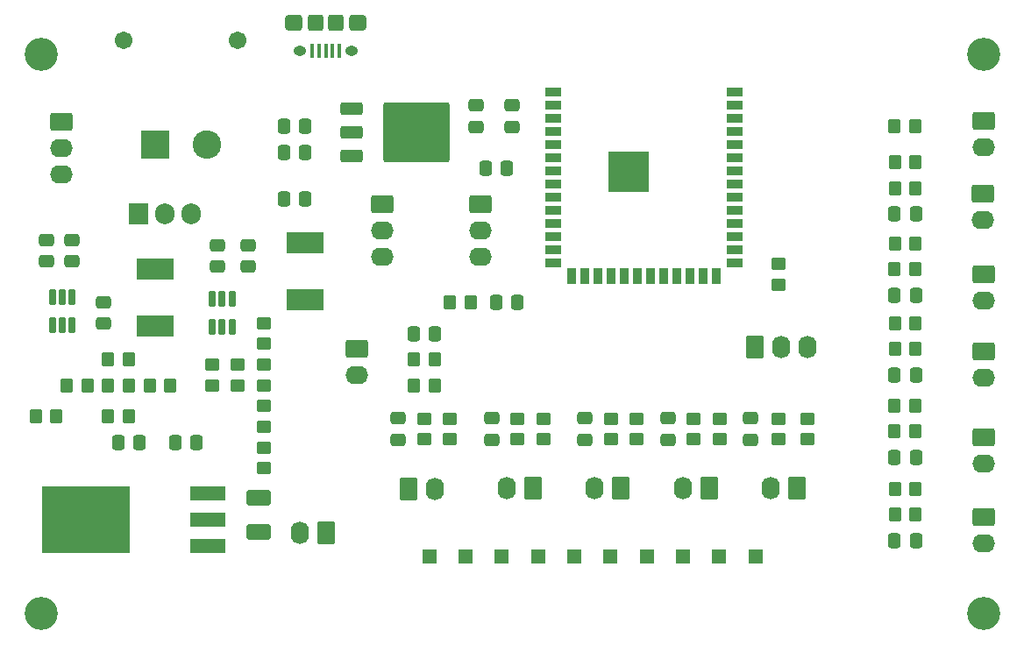
<source format=gbr>
%TF.GenerationSoftware,KiCad,Pcbnew,8.0.8*%
%TF.CreationDate,2025-03-31T14:22:46-05:00*%
%TF.ProjectId,Smart Tripod,536d6172-7420-4547-9269-706f642e6b69,rev?*%
%TF.SameCoordinates,Original*%
%TF.FileFunction,Soldermask,Top*%
%TF.FilePolarity,Negative*%
%FSLAX46Y46*%
G04 Gerber Fmt 4.6, Leading zero omitted, Abs format (unit mm)*
G04 Created by KiCad (PCBNEW 8.0.8) date 2025-03-31 14:22:46*
%MOMM*%
%LPD*%
G01*
G04 APERTURE LIST*
G04 Aperture macros list*
%AMRoundRect*
0 Rectangle with rounded corners*
0 $1 Rounding radius*
0 $2 $3 $4 $5 $6 $7 $8 $9 X,Y pos of 4 corners*
0 Add a 4 corners polygon primitive as box body*
4,1,4,$2,$3,$4,$5,$6,$7,$8,$9,$2,$3,0*
0 Add four circle primitives for the rounded corners*
1,1,$1+$1,$2,$3*
1,1,$1+$1,$4,$5*
1,1,$1+$1,$6,$7*
1,1,$1+$1,$8,$9*
0 Add four rect primitives between the rounded corners*
20,1,$1+$1,$2,$3,$4,$5,0*
20,1,$1+$1,$4,$5,$6,$7,0*
20,1,$1+$1,$6,$7,$8,$9,0*
20,1,$1+$1,$8,$9,$2,$3,0*%
G04 Aperture macros list end*
%ADD10RoundRect,0.250000X-0.450000X0.350000X-0.450000X-0.350000X0.450000X-0.350000X0.450000X0.350000X0*%
%ADD11R,1.350000X1.350000*%
%ADD12RoundRect,0.250000X0.450000X-0.350000X0.450000X0.350000X-0.450000X0.350000X-0.450000X-0.350000X0*%
%ADD13RoundRect,0.250000X0.475000X-0.337500X0.475000X0.337500X-0.475000X0.337500X-0.475000X-0.337500X0*%
%ADD14RoundRect,0.250000X-0.850000X-0.350000X0.850000X-0.350000X0.850000X0.350000X-0.850000X0.350000X0*%
%ADD15RoundRect,0.249997X-2.950003X-2.650003X2.950003X-2.650003X2.950003X2.650003X-2.950003X2.650003X0*%
%ADD16RoundRect,0.250000X-0.845000X0.620000X-0.845000X-0.620000X0.845000X-0.620000X0.845000X0.620000X0*%
%ADD17O,2.190000X1.740000*%
%ADD18RoundRect,0.250000X0.350000X0.450000X-0.350000X0.450000X-0.350000X-0.450000X0.350000X-0.450000X0*%
%ADD19RoundRect,0.250000X-0.475000X0.337500X-0.475000X-0.337500X0.475000X-0.337500X0.475000X0.337500X0*%
%ADD20RoundRect,0.250000X0.620000X0.845000X-0.620000X0.845000X-0.620000X-0.845000X0.620000X-0.845000X0*%
%ADD21O,1.740000X2.190000*%
%ADD22RoundRect,0.250000X-0.337500X-0.475000X0.337500X-0.475000X0.337500X0.475000X-0.337500X0.475000X0*%
%ADD23RoundRect,0.162500X-0.162500X0.617500X-0.162500X-0.617500X0.162500X-0.617500X0.162500X0.617500X0*%
%ADD24RoundRect,0.250000X-0.620000X-0.845000X0.620000X-0.845000X0.620000X0.845000X-0.620000X0.845000X0*%
%ADD25RoundRect,0.250000X0.337500X0.475000X-0.337500X0.475000X-0.337500X-0.475000X0.337500X-0.475000X0*%
%ADD26C,2.754000*%
%ADD27RoundRect,0.102000X-1.275000X-1.275000X1.275000X-1.275000X1.275000X1.275000X-1.275000X1.275000X0*%
%ADD28C,1.712000*%
%ADD29RoundRect,0.250001X-0.924999X0.499999X-0.924999X-0.499999X0.924999X-0.499999X0.924999X0.499999X0*%
%ADD30RoundRect,0.102000X1.714500X-0.914400X1.714500X0.914400X-1.714500X0.914400X-1.714500X-0.914400X0*%
%ADD31RoundRect,0.250000X-0.350000X-0.450000X0.350000X-0.450000X0.350000X0.450000X-0.350000X0.450000X0*%
%ADD32RoundRect,0.100000X0.100000X0.575000X-0.100000X0.575000X-0.100000X-0.575000X0.100000X-0.575000X0*%
%ADD33O,0.890000X1.550000*%
%ADD34RoundRect,0.250000X0.475000X0.525000X-0.475000X0.525000X-0.475000X-0.525000X0.475000X-0.525000X0*%
%ADD35O,1.250000X0.950000*%
%ADD36RoundRect,0.250000X0.500000X0.525000X-0.500000X0.525000X-0.500000X-0.525000X0.500000X-0.525000X0*%
%ADD37R,1.905000X2.000000*%
%ADD38O,1.905000X2.000000*%
%ADD39C,3.200000*%
%ADD40RoundRect,0.102000X-1.714500X0.914400X-1.714500X-0.914400X1.714500X-0.914400X1.714500X0.914400X0*%
%ADD41R,3.505200X1.397000*%
%ADD42R,8.458200X6.553200*%
%ADD43C,0.600000*%
%ADD44R,3.900000X3.900000*%
%ADD45R,1.500000X0.900000*%
%ADD46R,0.900000X1.500000*%
G04 APERTURE END LIST*
D10*
%TO.C,R3*%
X118500000Y-107000000D03*
X118500000Y-109000000D03*
%TD*%
D11*
%TO.C,J24*%
X162500000Y-129500000D03*
%TD*%
D12*
%TO.C,R12*%
X152040000Y-118200000D03*
X152040000Y-116200000D03*
%TD*%
D13*
%TO.C,C6*%
X97500000Y-101037500D03*
X97500000Y-98962500D03*
%TD*%
D14*
%TO.C,U2*%
X127000000Y-86245000D03*
X127000000Y-88525000D03*
X127000000Y-90805000D03*
D15*
X133300000Y-88525000D03*
%TD*%
D16*
%TO.C,J13*%
X188020000Y-87460000D03*
D17*
X188020000Y-90000000D03*
%TD*%
D18*
%TO.C,R16*%
X181462500Y-99270000D03*
X179462500Y-99270000D03*
%TD*%
D19*
%TO.C,C19*%
X149540000Y-116162500D03*
X149540000Y-118237500D03*
%TD*%
D18*
%TO.C,R5*%
X181462500Y-125500000D03*
X179462500Y-125500000D03*
%TD*%
D13*
%TO.C,C9*%
X114000000Y-101537500D03*
X114000000Y-99462500D03*
%TD*%
D20*
%TO.C,J11*%
X153000000Y-122960000D03*
D21*
X150460000Y-122960000D03*
%TD*%
D12*
%TO.C,R34*%
X136500000Y-118220000D03*
X136500000Y-116220000D03*
%TD*%
D22*
%TO.C,C13*%
X179425000Y-112000000D03*
X181500000Y-112000000D03*
%TD*%
D18*
%TO.C,R1*%
X105500000Y-110500000D03*
X103500000Y-110500000D03*
%TD*%
D16*
%TO.C,SW3*%
X129980000Y-95460000D03*
D17*
X129980000Y-98000000D03*
X129980000Y-100540000D03*
%TD*%
D11*
%TO.C,J16*%
X152000000Y-129500000D03*
%TD*%
D23*
%TO.C,U3*%
X100000000Y-104500000D03*
X99050000Y-104500000D03*
X98100000Y-104500000D03*
X98100000Y-107200000D03*
X99050000Y-107200000D03*
X100000000Y-107200000D03*
%TD*%
D20*
%TO.C,J12*%
X161500000Y-122960000D03*
D21*
X158960000Y-122960000D03*
%TD*%
D12*
%TO.C,R19*%
X145540000Y-118200000D03*
X145540000Y-116200000D03*
%TD*%
D24*
%TO.C,SW1*%
X165960000Y-109260000D03*
D21*
X168500000Y-109260000D03*
X171040000Y-109260000D03*
%TD*%
D25*
%TO.C,C24*%
X135075000Y-108000000D03*
X133000000Y-108000000D03*
%TD*%
D13*
%TO.C,C3*%
X142500000Y-88037500D03*
X142500000Y-85962500D03*
%TD*%
%TO.C,C7*%
X103000000Y-107037500D03*
X103000000Y-104962500D03*
%TD*%
D16*
%TO.C,SW4*%
X99000000Y-87500000D03*
D17*
X99000000Y-90040000D03*
X99000000Y-92580000D03*
%TD*%
D18*
%TO.C,R29*%
X101500000Y-113000000D03*
X99500000Y-113000000D03*
%TD*%
D24*
%TO.C,J14*%
X132460000Y-123000000D03*
D21*
X135000000Y-123000000D03*
%TD*%
D26*
%TO.C,J4*%
X113000000Y-89705750D03*
D27*
X108000000Y-89705750D03*
D28*
X116000000Y-79705750D03*
X105000000Y-79705750D03*
%TD*%
D19*
%TO.C,C17*%
X140540000Y-116162500D03*
X140540000Y-118237500D03*
%TD*%
D29*
%TO.C,C25*%
X118000000Y-123875000D03*
X118000000Y-127125000D03*
%TD*%
D10*
%TO.C,R31*%
X113500000Y-111000000D03*
X113500000Y-113000000D03*
%TD*%
D12*
%TO.C,R11*%
X168270000Y-118220000D03*
X168270000Y-116220000D03*
%TD*%
D18*
%TO.C,R27*%
X105500000Y-113000000D03*
X103500000Y-113000000D03*
%TD*%
D11*
%TO.C,J21*%
X148500000Y-129500000D03*
%TD*%
D22*
%TO.C,C26*%
X109962500Y-118500000D03*
X112037500Y-118500000D03*
%TD*%
D19*
%TO.C,C20*%
X157540000Y-116162500D03*
X157540000Y-118237500D03*
%TD*%
D20*
%TO.C,J10*%
X170040000Y-122960000D03*
D21*
X167500000Y-122960000D03*
%TD*%
D30*
%TO.C,L4*%
X122500000Y-99231400D03*
X122500000Y-104768600D03*
%TD*%
D12*
%TO.C,R35*%
X134000000Y-118220000D03*
X134000000Y-116220000D03*
%TD*%
D16*
%TO.C,J15*%
X127480000Y-109500000D03*
D17*
X127480000Y-112040000D03*
%TD*%
D12*
%TO.C,R18*%
X171040000Y-118220000D03*
X171040000Y-116220000D03*
%TD*%
D18*
%TO.C,R14*%
X181425000Y-114960000D03*
X179425000Y-114960000D03*
%TD*%
D31*
%TO.C,R36*%
X133000000Y-113000000D03*
X135000000Y-113000000D03*
%TD*%
D10*
%TO.C,R30*%
X118500000Y-111000000D03*
X118500000Y-113000000D03*
%TD*%
D16*
%TO.C,J8*%
X187980000Y-94500000D03*
D17*
X187980000Y-97040000D03*
%TD*%
D19*
%TO.C,C11*%
X117000000Y-99462500D03*
X117000000Y-101537500D03*
%TD*%
D22*
%TO.C,C16*%
X179425000Y-96460000D03*
X181500000Y-96460000D03*
%TD*%
D18*
%TO.C,R17*%
X181462500Y-91460000D03*
X179462500Y-91460000D03*
%TD*%
%TO.C,R7*%
X181425000Y-117460000D03*
X179425000Y-117460000D03*
%TD*%
D32*
%TO.C,J1*%
X125800000Y-80700000D03*
X125150000Y-80700000D03*
X124500000Y-80700000D03*
X123850000Y-80700000D03*
X123200000Y-80700000D03*
D33*
X128000000Y-78000000D03*
D34*
X127525000Y-78000000D03*
D35*
X127000000Y-80700000D03*
D36*
X125500000Y-78000000D03*
X123500000Y-78000000D03*
D35*
X122000000Y-80700000D03*
D34*
X121475000Y-78000000D03*
D33*
X121000000Y-78000000D03*
%TD*%
D18*
%TO.C,R9*%
X181462500Y-93960000D03*
X179462500Y-93960000D03*
%TD*%
D37*
%TO.C,Q1*%
X106460000Y-96445000D03*
D38*
X109000000Y-96445000D03*
X111540000Y-96445000D03*
%TD*%
D11*
%TO.C,J19*%
X141500000Y-129500000D03*
%TD*%
D18*
%TO.C,R28*%
X109500000Y-113000000D03*
X107500000Y-113000000D03*
%TD*%
D39*
%TO.C,H4*%
X97000000Y-135000000D03*
%TD*%
D16*
%TO.C,SW2*%
X139480000Y-95460000D03*
D17*
X139480000Y-98000000D03*
X139480000Y-100540000D03*
%TD*%
D16*
%TO.C,J3*%
X188000000Y-125730000D03*
D17*
X188000000Y-128270000D03*
%TD*%
D22*
%TO.C,C10*%
X179425000Y-128000000D03*
X181500000Y-128000000D03*
%TD*%
D39*
%TO.C,H3*%
X188000000Y-135000000D03*
%TD*%
D11*
%TO.C,J22*%
X155500000Y-129500000D03*
%TD*%
D22*
%TO.C,C15*%
X179405000Y-104270000D03*
X181480000Y-104270000D03*
%TD*%
%TO.C,C21*%
X140962500Y-105000000D03*
X143037500Y-105000000D03*
%TD*%
D10*
%TO.C,R32*%
X116000000Y-111000000D03*
X116000000Y-113000000D03*
%TD*%
D40*
%TO.C,L3*%
X108000000Y-107268600D03*
X108000000Y-101731400D03*
%TD*%
D31*
%TO.C,R37*%
X133000000Y-110500000D03*
X135000000Y-110500000D03*
%TD*%
D12*
%TO.C,R20*%
X154540000Y-118200000D03*
X154540000Y-116200000D03*
%TD*%
D16*
%TO.C,J5*%
X188000000Y-109730000D03*
D17*
X188000000Y-112270000D03*
%TD*%
D16*
%TO.C,J6*%
X188020000Y-118000000D03*
D17*
X188020000Y-120540000D03*
%TD*%
D25*
%TO.C,C8*%
X106537500Y-118500000D03*
X104462500Y-118500000D03*
%TD*%
D22*
%TO.C,C22*%
X139925000Y-92000000D03*
X142000000Y-92000000D03*
%TD*%
D11*
%TO.C,J25*%
X166000000Y-129500000D03*
%TD*%
D22*
%TO.C,C14*%
X179425000Y-120000000D03*
X181500000Y-120000000D03*
%TD*%
D12*
%TO.C,R10*%
X143040000Y-118200000D03*
X143040000Y-116200000D03*
%TD*%
D25*
%TO.C,C12*%
X122537500Y-95000000D03*
X120462500Y-95000000D03*
%TD*%
D11*
%TO.C,J18*%
X138000000Y-129500000D03*
%TD*%
%TO.C,J20*%
X145000000Y-129500000D03*
%TD*%
D12*
%TO.C,R24*%
X168250000Y-103260000D03*
X168250000Y-101260000D03*
%TD*%
D10*
%TO.C,R33*%
X118500000Y-115000000D03*
X118500000Y-117000000D03*
%TD*%
D25*
%TO.C,C2*%
X122537500Y-88000000D03*
X120462500Y-88000000D03*
%TD*%
D10*
%TO.C,R4*%
X118500000Y-119000000D03*
X118500000Y-121000000D03*
%TD*%
D39*
%TO.C,H1*%
X97000000Y-81000000D03*
%TD*%
D25*
%TO.C,C1*%
X122537500Y-90500000D03*
X120462500Y-90500000D03*
%TD*%
D20*
%TO.C,J9*%
X144500000Y-122960000D03*
D21*
X141960000Y-122960000D03*
%TD*%
D23*
%TO.C,U4*%
X115450000Y-104650000D03*
X114500000Y-104650000D03*
X113550000Y-104650000D03*
X113550000Y-107350000D03*
X114500000Y-107350000D03*
X115450000Y-107350000D03*
%TD*%
D18*
%TO.C,R15*%
X181462500Y-107000000D03*
X179462500Y-107000000D03*
%TD*%
D12*
%TO.C,R21*%
X162540000Y-118200000D03*
X162540000Y-116200000D03*
%TD*%
D18*
%TO.C,R23*%
X138500000Y-105000000D03*
X136500000Y-105000000D03*
%TD*%
D16*
%TO.C,J7*%
X188020000Y-102230000D03*
D17*
X188020000Y-104770000D03*
%TD*%
D13*
%TO.C,C5*%
X100000000Y-101037500D03*
X100000000Y-98962500D03*
%TD*%
D41*
%TO.C,U5*%
X113137400Y-128540000D03*
X113137400Y-126000000D03*
X113137400Y-123460000D03*
D42*
X101339100Y-126000000D03*
%TD*%
D11*
%TO.C,J17*%
X134500000Y-129500000D03*
%TD*%
D18*
%TO.C,R13*%
X181462500Y-123000000D03*
X179462500Y-123000000D03*
%TD*%
D31*
%TO.C,R25*%
X179442500Y-88000000D03*
X181442500Y-88000000D03*
%TD*%
D20*
%TO.C,J2*%
X124500000Y-127260000D03*
D21*
X121960000Y-127260000D03*
%TD*%
D12*
%TO.C,R22*%
X160040000Y-118200000D03*
X160040000Y-116200000D03*
%TD*%
D18*
%TO.C,R6*%
X181462500Y-109460000D03*
X179462500Y-109460000D03*
%TD*%
D43*
%TO.C,U1*%
X155150000Y-93070000D03*
X155150000Y-91670000D03*
X154450000Y-93770000D03*
X154450000Y-92370000D03*
X154450000Y-90970000D03*
X153750000Y-93070000D03*
D44*
X153750000Y-92370000D03*
D43*
X153750000Y-91670000D03*
X153050000Y-93770000D03*
X153050000Y-92370000D03*
X153050000Y-90970000D03*
X152350000Y-93070000D03*
X152350000Y-91670000D03*
D45*
X164000000Y-84650000D03*
X164000000Y-85920000D03*
X164000000Y-87190000D03*
X164000000Y-88460000D03*
X164000000Y-89730000D03*
X164000000Y-91000000D03*
X164000000Y-92270000D03*
X164000000Y-93540000D03*
X164000000Y-94810000D03*
X164000000Y-96080000D03*
X164000000Y-97350000D03*
X164000000Y-98620000D03*
X164000000Y-99890000D03*
X164000000Y-101160000D03*
D46*
X162235000Y-102410000D03*
X160965000Y-102410000D03*
X159695000Y-102410000D03*
X158425000Y-102410000D03*
X157155000Y-102410000D03*
X155885000Y-102410000D03*
X154615000Y-102410000D03*
X153345000Y-102410000D03*
X152075000Y-102410000D03*
X150805000Y-102410000D03*
X149535000Y-102410000D03*
X148265000Y-102410000D03*
D45*
X146500000Y-101160000D03*
X146500000Y-99890000D03*
X146500000Y-98620000D03*
X146500000Y-97350000D03*
X146500000Y-96080000D03*
X146500000Y-94810000D03*
X146500000Y-93540000D03*
X146500000Y-92270000D03*
X146500000Y-91000000D03*
X146500000Y-89730000D03*
X146500000Y-88460000D03*
X146500000Y-87190000D03*
X146500000Y-85920000D03*
X146500000Y-84650000D03*
%TD*%
D19*
%TO.C,C23*%
X131500000Y-116182500D03*
X131500000Y-118257500D03*
%TD*%
D18*
%TO.C,R26*%
X105500000Y-116000000D03*
X103500000Y-116000000D03*
%TD*%
D13*
%TO.C,C4*%
X139000000Y-88037500D03*
X139000000Y-85962500D03*
%TD*%
D18*
%TO.C,R2*%
X98500000Y-116000000D03*
X96500000Y-116000000D03*
%TD*%
%TO.C,R8*%
X181442500Y-101770000D03*
X179442500Y-101770000D03*
%TD*%
D39*
%TO.C,H2*%
X188000000Y-81000000D03*
%TD*%
D11*
%TO.C,J23*%
X159000000Y-129500000D03*
%TD*%
D19*
%TO.C,C18*%
X165540000Y-116162500D03*
X165540000Y-118237500D03*
%TD*%
M02*

</source>
